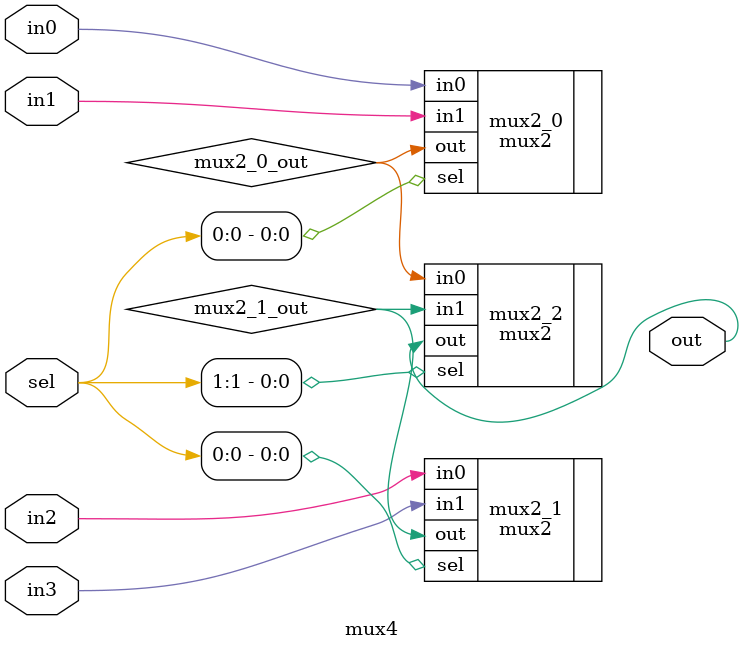
<source format=v>
`timescale 1ns / 1ps


module mux4(input in0,
            input in1,
            input in2,
            input in3,
            input [1:0] sel,
            output out
    );
    wire mux2_0_out;
    wire mux2_1_out;
    
    mux2 mux2_0(.in0(in0),
                .in1(in1),
                .sel(sel[0]),
                .out(mux2_0_out)
    );
    
    mux2 mux2_1(.in0(in2),
                .in1(in3),
                .sel(sel[0]),
                .out(mux2_1_out)
    );
    
    mux2 mux2_2(.in0(mux2_0_out),
                .in1(mux2_1_out),
                .sel(sel[1]),
                .out(out)
    );
endmodule

</source>
